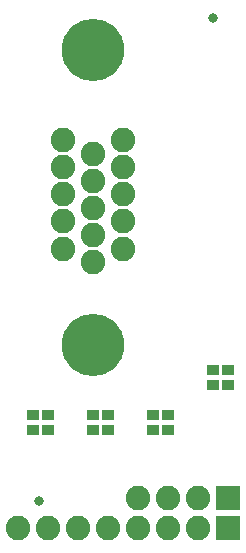
<source format=gbr>
G04 EAGLE Gerber RS-274X export*
G75*
%MOMM*%
%FSLAX34Y34*%
%LPD*%
%INSoldermask Top*%
%IPPOS*%
%AMOC8*
5,1,8,0,0,1.08239X$1,22.5*%
G01*
%ADD10R,2.082800X2.082800*%
%ADD11C,2.082800*%
%ADD12C,5.283200*%
%ADD13R,1.103200X0.903200*%
%ADD14C,0.838200*%


D10*
X190500Y38100D03*
D11*
X165100Y38100D03*
X139700Y38100D03*
X114300Y38100D03*
D10*
X190500Y12700D03*
D11*
X165100Y12700D03*
X139700Y12700D03*
X114300Y12700D03*
X88900Y12700D03*
X63500Y12700D03*
X38100Y12700D03*
X12700Y12700D03*
X76200Y260400D03*
X76200Y283300D03*
X76200Y306200D03*
X76200Y329100D03*
X50800Y248900D03*
X50800Y271800D03*
X50800Y294700D03*
X50800Y317600D03*
D12*
X76200Y167100D03*
X76200Y417100D03*
D11*
X76200Y237500D03*
X50800Y340500D03*
X101600Y248900D03*
X101600Y271800D03*
X101600Y294700D03*
X101600Y317600D03*
X101600Y340500D03*
D13*
X177800Y133200D03*
X177800Y146200D03*
X190500Y133200D03*
X190500Y146200D03*
X25400Y108100D03*
X25400Y95100D03*
X76200Y108100D03*
X76200Y95100D03*
X139700Y108100D03*
X139700Y95100D03*
X38100Y108100D03*
X38100Y95100D03*
X88900Y108100D03*
X88900Y95100D03*
X127000Y108100D03*
X127000Y95100D03*
D14*
X30480Y35560D03*
X177800Y444500D03*
M02*

</source>
